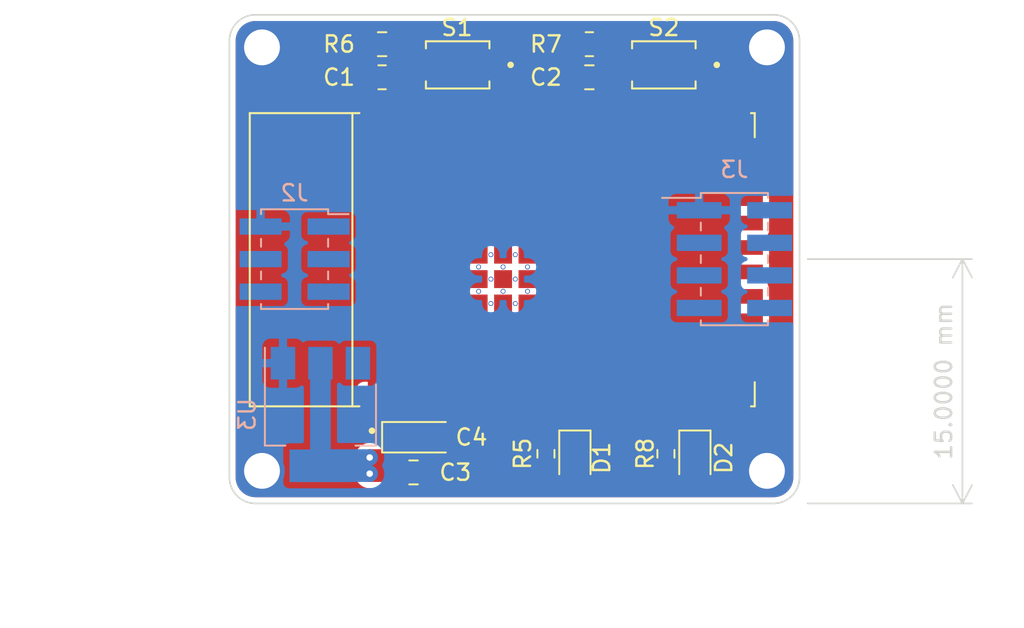
<source format=kicad_pcb>
(kicad_pcb (version 20211014) (generator pcbnew)
  (layers (0 "F.Cu" signal) (31 "B.Cu" signal) (34 "B.Paste" user) (35 "F.Paste" user) (36 "B.SilkS" user "B.Silkscreen") (37 "F.SilkS" user "F.Silkscreen") (38 "B.Mask" user) (39 "F.Mask" user) (44 "Edge.Cuts" user))
  (net 0 "")
  (net 38 "GND")
  (net 39 "/USR_SW")
  (net 40 "+3V3")
  (net 41 "Net-(D1-Pad2)")
  (net 42 "Net-(D2-Pad2)")
  (net 43 "VBUS")
  (net 44 "/ST_LED")
  (net 45 "/nRST")
  (net 46 "/R_RX")
  (net 47 "/R_TX")
  (net 48 "/R_S1")
  (net 49 "/R_S2")
  (net 50 "/R_SL")
  (net 51 "/R_SD")
  (net 52 "/R_GP2")
  (net 53 "/R_GP1")
  (net 54 "/R_GP4")
  (net 55 "/R_GP3")
  (footprint "LED_SMD:LED_0805_2012Metric" (layer "F.Cu") (at 144.575 107.206 -90)
    (fp_text reference "D2" (at 0 -1.778 90) (layer "F.SilkS"))
    (fp_text value "ST_LED")
    (fp_line (start -1.685 0.96) (end 1 0.96) (layer "F.SilkS") (width 0.12))
    (fp_line (start -1.685 -0.96) (end -1.685 0.96) (layer "F.SilkS") (width 0.12))
    (fp_line (start 1 -0.96) (end -1.685 -0.96) (layer "F.SilkS") (width 0.12))
    (pad "1" smd roundrect (at -0.9375 0 270) (size 0.975 1.4) (layers "F.Cu" "F.Paste" "F.Mask") (net 38 "GND"))
    (pad "2" smd roundrect (at 0.9375 0 270) (size 0.975 1.4) (layers "F.Cu" "F.Paste" "F.Mask") (net 42 "Net-(D2-Pad2)"))
  )
  (footprint "Capacitor_SMD:C_0805_2012Metric" (layer "F.Cu") (at 127.303 108.095)
    (fp_text reference "C3" (at 2.5654 0) (layer "F.SilkS"))
    (fp_text value "100n")
    (fp_line (start -0.261252 0.735) (end 0.261252 0.735) (layer "F.SilkS") (width 0.12))
    (fp_line (start -0.261252 -0.735) (end 0.261252 -0.735) (layer "F.SilkS") (width 0.12))
    (pad "1" smd roundrect (at -0.95 0) (size 1 1.45) (layers "F.Cu" "F.Paste" "F.Mask") (net 40 "+3V3"))
    (pad "2" smd roundrect (at 0.95 0) (size 1 1.45) (layers "F.Cu" "F.Paste" "F.Mask") (net 38 "GND"))
  )
  (footprint "Capacitor_Tantalum_SMD:CP_EIA-3216-10_Kemet-I" (layer "F.Cu") (at 127.684 105.936)
    (fp_text reference "C4" (at 3.175 0) (layer "F.SilkS"))
    (fp_text value "10u")
    (fp_line (start 1.6 -0.935) (end -2.31 -0.935) (layer "F.SilkS") (width 0.12))
    (fp_line (start -2.31 -0.935) (end -2.31 0.935) (layer "F.SilkS") (width 0.12))
    (fp_line (start -2.31 0.935) (end 1.6 0.935) (layer "F.SilkS") (width 0.12))
    (pad "1" smd roundrect (at -1.35 0) (size 1.4 1.35) (layers "F.Cu" "F.Paste" "F.Mask") (roundrect_rratio 0.185185) (net 40 "+3V3"))
    (pad "2" smd roundrect (at 1.35 0) (size 1.4 1.35) (layers "F.Cu" "F.Paste" "F.Mask") (roundrect_rratio 0.185185) (net 38 "GND"))
  )
  (footprint "Capacitor_SMD:C_0805_2012Metric" (layer "F.Cu") (at 125.3745 81.806 180)
    (fp_text reference "C1" (at 2.6435 -2.032) (layer "F.SilkS"))
    (fp_text value "100n")
    (fp_line (start -0.261252 0.735) (end 0.261252 0.735) (layer "F.SilkS") (width 0.12))
    (fp_line (start -0.261252 -0.735) (end 0.261252 -0.735) (layer "F.SilkS") (width 0.12))
    (pad "1" smd roundrect (at -0.95 0 180) (size 1 1.45) (layers "F.Cu" "F.Paste" "F.Mask") (net 45 "/nRST"))
    (pad "2" smd roundrect (at 0.95 0 180) (size 1 1.45) (layers "F.Cu" "F.Paste" "F.Mask") (net 38 "GND"))
  )
  (footprint "TL1015AF160QG:SW_TL1015AF160QG" (layer "F.Cu") (at 130.013 83.076 180)
    (fp_text reference "S1" (at 0.043 2.286) (layer "F.SilkS"))
    (fp_text value "Reset")
    (fp_line (start 1.95 1.0135) (end 1.95 1.45) (layer "F.SilkS") (width 0.127))
    (fp_line (start 1.95 1.45) (end -1.95 1.45) (layer "F.SilkS") (width 0.127))
    (fp_line (start 1.95 -1.45) (end 1.95 -1.0135) (layer "F.SilkS") (width 0.127))
    (fp_line (start -1.95 -1.45) (end 1.95 -1.45) (layer "F.SilkS") (width 0.127))
    (fp_line (start -1.95 1.45) (end -1.95 1.0135) (layer "F.SilkS") (width 0.127))
    (fp_line (start -1.95 -1.0135) (end -1.95 -1.45) (layer "F.SilkS") (width 0.127))
    (fp_circle (center -3.25 0) (end -3.15 0) (layer "F.SilkS") (width 0.2) (fill none))
    (pad "1" smd rect (at -2.075 0 180) (size 0.95 1.4) (layers "F.Cu" "F.Paste" "F.Mask") (net 38 "GND"))
    (pad "2" smd rect (at 2.075 0 180) (size 0.95 1.4) (layers "F.Cu" "F.Paste" "F.Mask") (net 45 "/nRST"))
  )
  (footprint "TL1015AF160QG:SW_TL1015AF160QG" (layer "F.Cu") (at 142.67 83.076 180)
    (fp_text reference "S2" (at 0 2.286) (layer "F.SilkS"))
    (fp_text value "usrSW")
    (fp_line (start 1.95 1.45) (end -1.95 1.45) (layer "F.SilkS") (width 0.127))
    (fp_line (start -1.95 -1.45) (end 1.95 -1.45) (layer "F.SilkS") (width 0.127))
    (fp_line (start 1.95 -1.45) (end 1.95 -1.0135) (layer "F.SilkS") (width 0.127))
    (fp_line (start -1.95 1.45) (end -1.95 1.0135) (layer "F.SilkS") (width 0.127))
    (fp_line (start 1.95 1.0135) (end 1.95 1.45) (layer "F.SilkS") (width 0.127))
    (fp_line (start -1.95 -1.0135) (end -1.95 -1.45) (layer "F.SilkS") (width 0.127))
    (fp_circle (center -3.25 0) (end -3.15 0) (layer "F.SilkS") (width 0.2) (fill none))
    (pad "1" smd rect (at -2.075 0 180) (size 0.95 1.4) (layers "F.Cu" "F.Paste" "F.Mask") (net 38 "GND"))
    (pad "2" smd rect (at 2.075 0 180) (size 0.95 1.4) (layers "F.Cu" "F.Paste" "F.Mask") (net 39 "/USR_SW"))
  )
  (footprint "ESP32-S2-WROOM:ESP32-S2-WROOM" (layer "F.Cu") (at 132.750001 95.037504 90)
    (fp_text reference "U1" hide)
    (fp_text value "ESP32-S2-WROOM" hide)
    (fp_line (start -9 -9.2) (end -9 -8.77) (layer "F.SilkS") (width 0.127))
    (fp_line (start 9 -9.2) (end 9 -15.5) (layer "F.SilkS") (width 0.127))
    (fp_line (start 9 15.5) (end 9 15.27) (layer "F.SilkS") (width 0.127))
    (fp_line (start 9 -9.2) (end -9 -9.2) (layer "F.SilkS") (width 0.127))
    (fp_line (start -9 15.5) (end -9 15.27) (layer "F.SilkS") (width 0.127))
    (fp_line (start 7.52 15.5) (end 9 15.5) (layer "F.SilkS") (width 0.127))
    (fp_line (start -9 -15.5) (end -9 -9.2) (layer "F.SilkS") (width 0.127))
    (fp_line (start 9 -8.77) (end 9 -9.2) (layer "F.SilkS") (width 0.127))
    (fp_line (start -9 15.5) (end -7.52 15.5) (layer "F.SilkS") (width 0.127))
    (fp_line (start 9 -15.5) (end -9 -15.5) (layer "F.SilkS") (width 0.127))
    (fp_circle (center -10.5 -8) (end -10.4 -8) (layer "F.SilkS") (width 0.2) (fill none))
    (pad "1" smd rect (at -8.75 -8 90) (size 1.5 0.9) (layers "F.Cu" "F.Paste" "F.Mask") (net 38 "GND"))
    (pad "2" smd rect (at -8.75 -6.5 90) (size 1.5 0.9) (layers "F.Cu" "F.Paste" "F.Mask") (net 40 "+3V3"))
    (pad "3" smd rect (at -8.75 -5 90) (size 1.5 0.9) (layers "F.Cu" "F.Paste" "F.Mask"))
    (pad "4" smd rect (at -8.75 -3.5 90) (size 1.5 0.9) (layers "F.Cu" "F.Paste" "F.Mask"))
    (pad "5" smd rect (at -8.75 -2 90) (size 1.5 0.9) (layers "F.Cu" "F.Paste" "F.Mask"))
    (pad "6" smd rect (at -8.75 -0.5 90) (size 1.5 0.9) (layers "F.Cu" "F.Paste" "F.Mask"))
    (pad "7" smd rect (at -8.75 1 90) (size 1.5 0.9) (layers "F.Cu" "F.Paste" "F.Mask"))
    (pad "8" smd rect (at -8.75 2.5 90) (size 1.5 0.9) (layers "F.Cu" "F.Paste" "F.Mask"))
    (pad "9" smd rect (at -8.75 4 90) (size 1.5 0.9) (layers "F.Cu" "F.Paste" "F.Mask"))
    (pad "10" smd rect (at -8.75 5.5 90) (size 1.5 0.9) (layers "F.Cu" "F.Paste" "F.Mask"))
    (pad "11" smd rect (at -8.75 7 90) (size 1.5 0.9) (layers "F.Cu" "F.Paste" "F.Mask"))
    (pad "12" smd rect (at -8.75 8.5 90) (size 1.5 0.9) (layers "F.Cu" "F.Paste" "F.Mask"))
    (pad "13" smd rect (at -8.75 10 90) (size 1.5 0.9) (layers "F.Cu" "F.Paste" "F.Mask"))
    (pad "14" smd rect (at -8.75 11.5 90) (size 1.5 0.9) (layers "F.Cu" "F.Paste" "F.Mask"))
    (pad "15" smd rect (at -8.75 13 90) (size 1.5 0.9) (layers "F.Cu" "F.Paste" "F.Mask"))
    (pad "16" smd rect (at -8.75 14.5 90) (size 1.5 0.9) (layers "F.Cu" "F.Paste" "F.Mask"))
    (pad "17" smd rect (at -6.75 15.25 90) (size 0.9 1.5) (layers "F.Cu" "F.Paste" "F.Mask"))
    (pad "18" smd rect (at -5.25 15.25 90) (size 0.9 1.5) (layers "F.Cu" "F.Paste" "F.Mask"))
    (pad "19" smd rect (at -3.75 15.25 90) (size 0.9 1.5) (layers "F.Cu" "F.Paste" "F.Mask"))
    (pad "20" smd rect (at -2.25 15.25 90) (size 0.9 1.5) (layers "F.Cu" "F.Paste" "F.Mask"))
    (pad "21" smd rect (at -0.75 15.25 90) (size 0.9 1.5) (layers "F.Cu" "F.Paste" "F.Mask"))
    (pad "22" smd rect (at 0.75 15.25 90) (size 0.9 1.5) (layers "F.Cu" "F.Paste" "F.Mask"))
    (pad "23" smd rect (at 2.25 15.25 90) (size 0.9 1.5) (layers "F.Cu" "F.Paste" "F.Mask"))
    (pad "24" smd rect (at 3.75 15.25 90) (size 0.9 1.5) (layers "F.Cu" "F.Paste" "F.Mask"))
    (pad "25" smd rect (at 5.25 15.25 90) (size 0.9 1.5) (layers "F.Cu" "F.Paste" "F.Mask"))
    (pad "26" smd rect (at 6.75 15.25 90) (size 0.9 1.5) (layers "F.Cu" "F.Paste" "F.Mask") (net 38 "GND"))
    (pad "27" smd rect (at 8.75 14.5 90) (size 1.5 0.9) (layers "F.Cu" "F.Paste" "F.Mask"))
    (pad "28" smd rect (at 8.75 13 90) (size 1.5 0.9) (layers "F.Cu" "F.Paste" "F.Mask"))
    (pad "29" smd rect (at 8.75 11.5 90) (size 1.5 0.9) (layers "F.Cu" "F.Paste" "F.Mask"))
    (pad "30" smd rect (at 8.75 10 90) (size 1.5 0.9) (layers "F.Cu" "F.Paste" "F.Mask"))
    (pad "31" smd rect (at 8.75 8.5 90) (size 1.5 0.9) (layers "F.Cu" "F.Paste" "F.Mask"))
    (pad "32" smd rect (at 8.75 7 90) (size 1.5 0.9) (layers "F.Cu" "F.Paste" "F.Mask"))
    (pad "33" smd rect (at 8.75 5.5 90) (size 1.5 0.9) (layers "F.Cu" "F.Paste" "F.Mask"))
    (pad "34" smd rect (at 8.75 4 90) (size 1.5 0.9) (layers "F.Cu" "F.Paste" "F.Mask"))
    (pad "35" smd rect (at 8.75 2.5 90) (size 1.5 0.9) (layers "F.Cu" "F.Paste" "F.Mask"))
    (pad "36" smd rect (at 8.75 1 90) (size 1.5 0.9) (layers "F.Cu" "F.Paste" "F.Mask"))
    (pad "37" smd rect (at 8.75 -0.5 90) (size 1.5 0.9) (layers "F.Cu" "F.Paste" "F.Mask"))
    (pad "38" smd rect (at 8.75 -2 90) (size 1.5 0.9) (layers "F.Cu" "F.Paste" "F.Mask"))
    (pad "39" smd rect (at 8.75 -3.5 90) (size 1.5 0.9) (layers "F.Cu" "F.Paste" "F.Mask"))
    (pad "40" smd rect (at 8.75 -5 90) (size 1.5 0.9) (layers "F.Cu" "F.Paste" "F.Mask"))
    (pad "41" smd rect (at 8.75 -6.5 90) (size 1.5 0.9) (layers "F.Cu" "F.Paste" "F.Mask") (net 45 "/nRST"))
    (pad "42" smd rect (at 8.75 -8 90) (size 1.5 0.9) (layers "F.Cu" "F.Paste" "F.Mask") (net 38 "GND"))
    (pad "43" smd rect (at -2.69 -1.45 90) (size 1.1 1.1) (layers "F.Cu" "F.Paste" "F.Mask") (net 38 "GND"))
    (pad "44" smd rect (at -1.19 -1.45 90) (size 1.1 1.1) (layers "F.Cu" "F.Paste" "F.Mask") (net 38 "GND"))
    (pad "45" smd rect (at 0.31 -1.45 90) (size 1.1 1.1) (layers "F.Cu" "F.Paste" "F.Mask") (net 38 "GND"))
    (pad "46" smd rect (at -2.69 0.05 90) (size 1.1 1.1) (layers "F.Cu" "F.Paste" "F.Mask") (net 38 "GND"))
    (pad "47" smd rect (at -1.19 0.05 90) (size 1.1 1.1) (layers "F.Cu" "F.Paste" "F.Mask") (net 38 "GND"))
    (pad "48" smd rect (at 0.31 0.05 90) (size 1.1 1.1) (layers "F.Cu" "F.Paste" "F.Mask") (net 38 "GND"))
    (pad "49" smd rect (at -2.69 1.55 90) (size 1.1 1.1) (layers "F.Cu" "F.Paste" "F.Mask") (net 38 "GND"))
    (pad "50" smd rect (at -1.19 1.55 90) (size 1.1 1.1) (layers "F.Cu" "F.Paste" "F.Mask") (net 38 "GND"))
    (pad "51" smd rect (at 0.31 1.55 90) (size 1.1 1.1) (layers "F.Cu" "F.Paste" "F.Mask") (net 38 "GND"))
    (pad "52" thru_hole circle (at -1.94 -1.45 90) (size 0.3 0.3) (drill 0.2) (layers *.Cu))
    (pad "53" thru_hole circle (at -0.44 -1.45 90) (size 0.3 0.3) (drill 0.2) (layers *.Cu))
    (pad "54" thru_hole circle (at -2.69 -0.7 90) (size 0.3 0.3) (drill 0.2) (layers *.Cu))
    (pad "55" thru_hole circle (at -1.19 -0.7 90) (size 0.3 0.3) (drill 0.2) (layers *.Cu))
    (pad "56" thru_hole circle (at 0.31 -0.7 90) (size 0.3 0.3) (drill 0.2) (layers *.Cu))
    (pad "57" thru_hole circle (at -1.94 0.05 90) (size 0.3 0.3) (drill 0.2) (layers *.Cu))
    (pad "58" thru_hole circle (at -0.44 0.05 90) (size 0.3 0.3) (drill 0.2) (layers *.Cu))
    (pad "59" thru_hole circle (at -2.69 0.8 90) (size 0.3 0.3) (drill 0.2) (layers *.Cu))
    (pad "60" thru_hole circle (at -1.19 0.8 90) (size 0.3 0.3) (drill 0.2) (layers *.Cu))
    (pad "61" thru_hole circle (at 0.31 0.8 90) (size 0.3 0.3) (drill 0.2) (layers *.Cu))
    (pad "62" thru_hole circle (at -1.94 1.55 90) (size 0.3 0.3) (drill 0.2) (layers *.Cu))
    (pad "63" thru_hole circle (at -0.44 1.55 90) (size 0.3 0.3) (drill 0.2) (layers *.Cu))
  )
  (footprint "Capacitor_SMD:C_0805_2012Metric" (layer "F.Cu") (at 138.098 83.838 180)
    (fp_text reference "C2" (at 2.667 0) (layer "F.SilkS"))
    (fp_text value "100n")
    (fp_line (start -0.261252 0.735) (end 0.261252 0.735) (layer "F.SilkS") (width 0.12))
    (fp_line (start -0.261252 -0.735) (end 0.261252 -0.735) (layer "F.SilkS") (width 0.12))
    (pad "1" smd roundrect (at -0.95 0 180) (size 1 1.45) (layers "F.Cu" "F.Paste" "F.Mask") (net 39 "/USR_SW"))
    (pad "2" smd roundrect (at 0.95 0 180) (size 1 1.45) (layers "F.Cu" "F.Paste" "F.Mask") (net 38 "GND"))
  )
  (footprint "LED_SMD:LED_0805_2012Metric" (layer "F.Cu") (at 137.209 107.206 -90)
    (fp_text reference "D1" (at 0 -1.65 90) (layer "F.SilkS"))
    (fp_text value "3V3")
    (fp_line (start -1.685 -0.96) (end -1.685 0.96) (layer "F.SilkS") (width 0.12))
    (fp_line (start -1.685 0.96) (end 1 0.96) (layer "F.SilkS") (width 0.12))
    (fp_line (start 1 -0.96) (end -1.685 -0.96) (layer "F.SilkS") (width 0.12))
    (pad "1" smd roundrect (at -0.9375 0 270) (size 0.975 1.4) (layers "F.Cu" "F.Paste" "F.Mask") (net 38 "GND"))
    (pad "2" smd roundrect (at 0.9375 0 270) (size 0.975 1.4) (layers "F.Cu" "F.Paste" "F.Mask") (net 41 "Net-(D1-Pad2)"))
  )
  (footprint "Resistor_SMD:R_0603_1608Metric" (layer "F.Cu") (at 135.431 106.952 90)
    (fp_text reference "R5" (at 0 -1.43 90) (layer "F.SilkS"))
    (fp_text value "3k")
    (fp_line (start -0.237258 -0.5225) (end 0.237258 -0.5225) (layer "F.SilkS") (width 0.12))
    (fp_line (start -0.237258 0.5225) (end 0.237258 0.5225) (layer "F.SilkS") (width 0.12))
    (pad "1" smd roundrect (at -0.825 0 90) (size 0.8 0.95) (layers "F.Cu" "F.Paste" "F.Mask") (net 41 "Net-(D1-Pad2)"))
    (pad "2" smd roundrect (at 0.825 0 90) (size 0.8 0.95) (layers "F.Cu" "F.Paste" "F.Mask") (net 40 "+3V3"))
  )
  (footprint "Resistor_SMD:R_0805_2012Metric" (layer "F.Cu") (at 138.098 81.806)
    (fp_text reference "R7" (at -2.667 0) (layer "F.SilkS"))
    (fp_text value "10k")
    (fp_line (start -0.227064 0.735) (end 0.227064 0.735) (layer "F.SilkS") (width 0.12))
    (fp_line (start -0.227064 -0.735) (end 0.227064 -0.735) (layer "F.SilkS") (width 0.12))
    (pad "1" smd roundrect (at -0.9125 0) (size 1.025 1.4) (layers "F.Cu" "F.Paste" "F.Mask") (roundrect_rratio 0.243902) (net 40 "+3V3"))
    (pad "2" smd roundrect (at 0.9125 0) (size 1.025 1.4) (layers "F.Cu" "F.Paste" "F.Mask") (roundrect_rratio 0.243902) (net 39 "/USR_SW"))
  )
  (footprint "Resistor_SMD:R_0805_2012Metric" (layer "F.Cu") (at 125.3745 83.838)
    (fp_text reference "R6" (at -2.6435 -2.032) (layer "F.SilkS"))
    (fp_text value "10k")
    (fp_line (start -0.227064 -0.735) (end 0.227064 -0.735) (layer "F.SilkS") (width 0.12))
    (fp_line (start -0.227064 0.735) (end 0.227064 0.735) (layer "F.SilkS") (width 0.12))
    (pad "1" smd roundrect (at -0.9125 0) (size 1.025 1.4) (layers "F.Cu" "F.Paste" "F.Mask") (roundrect_rratio 0.243902) (net 40 "+3V3"))
    (pad "2" smd roundrect (at 0.9125 0) (size 1.025 1.4) (layers "F.Cu" "F.Paste" "F.Mask") (roundrect_rratio 0.243902) (net 45 "/nRST"))
  )
  (footprint "Resistor_SMD:R_0603_1608Metric" (layer "F.Cu") (at 142.797 106.952 90)
    (fp_text reference "R8" (at 0 -1.27 90) (layer "F.SilkS"))
    (fp_text value "2.49k")
    (fp_line (start -0.237258 -0.5225) (end 0.237258 -0.5225) (layer "F.SilkS") (width 0.12))
    (fp_line (start -0.237258 0.5225) (end 0.237258 0.5225) (layer "F.SilkS") (width 0.12))
    (pad "1" smd roundrect (at -0.825 0 90) (size 0.8 0.95) (layers "F.Cu" "F.Paste" "F.Mask") (net 42 "Net-(D2-Pad2)"))
    (pad "2" smd roundrect (at 0.825 0 90) (size 0.8 0.95) (layers "F.Cu" "F.Paste" "F.Mask") (net 44 "/ST_LED"))
  )
  (footprint "Connector_PinSocket_2.00mm:PinSocket_2x04_P2.00mm_Vertical_SMD" (layer "B.Cu") (at 147 95 180)
    (fp_text reference "J3" (at 0 5.5) (layer "B.SilkS") (effects (justify mirror)))
    (fp_text value "INTF2")
    (fp_line (start 2.06 2.24) (end 2.06 1.76) (layer "B.SilkS") (width 0.12))
    (fp_line (start 2.06 -1.76) (end 2.06 -2.24) (layer "B.SilkS") (width 0.12))
    (fp_line (start -2.06 4.06) (end -2.06 3.76) (layer "B.SilkS") (width 0.12))
    (fp_line (start 2.06 3.76) (end 4.44 3.76) (layer "B.SilkS") (width 0.12))
    (fp_line (start -2.06 4.06) (end 2.06 4.06) (layer "B.SilkS") (width 0.12))
    (fp_line (start 2.06 -3.76) (end 2.06 -4.06) (layer "B.SilkS") (width 0.12))
    (fp_line (start -2.06 -1.76) (end -2.06 -2.24) (layer "B.SilkS") (width 0.12))
    (fp_line (start -2.06 -4.06) (end 2.06 -4.06) (layer "B.SilkS") (width 0.12))
    (fp_line (start -2.06 0.24) (end -2.06 -0.24) (layer "B.SilkS") (width 0.12))
    (fp_line (start -2.06 -3.76) (end -2.06 -4.06) (layer "B.SilkS") (width 0.12))
    (fp_line (start 2.06 0.24) (end 2.06 -0.24) (layer "B.SilkS") (width 0.12))
    (fp_line (start -2.06 2.24) (end -2.06 1.76) (layer "B.SilkS") (width 0.12))
    (fp_line (start 2.06 4.06) (end 2.06 3.76) (layer "B.SilkS") (width 0.12))
    (pad "1" smd rect locked (at 2.1598 2.999999 180) (size 2.75 1) (layers "B.Cu" "B.Paste" "B.Mask") (net 38 "GND"))
    (pad "2" smd rect locked (at -2.1598 2.999999 180) (size 2.75 1) (layers "B.Cu" "B.Paste" "B.Mask") (net 40 "+3V3"))
    (pad "3" smd rect locked (at 2.1598 1 180) (size 2.75 1) (layers "B.Cu" "B.Paste" "B.Mask") (net 50 "/R_SL"))
    (pad "4" smd rect locked (at -2.1598 1 180) (size 2.75 1) (layers "B.Cu" "B.Paste" "B.Mask") (net 51 "/R_SD"))
    (pad "5" smd rect locked (at 2.1598 -1 180) (size 2.75 1) (layers "B.Cu" "B.Paste" "B.Mask") (net 52 "/R_GP2"))
    (pad "6" smd rect locked (at -2.1598 -1 180) (size 2.75 1) (layers "B.Cu" "B.Paste" "B.Mask") (net 53 "/R_GP1"))
    (pad "7" smd rect locked (at 2.1598 -2.999999 180) (size 2.75 1) (layers "B.Cu" "B.Paste" "B.Mask") (net 54 "/R_GP4"))
    (pad "8" smd rect locked (at -2.1598 -2.999999 180) (size 2.75 1) (layers "B.Cu" "B.Paste" "B.Mask") (net 55 "/R_GP3"))
  )
  (footprint "Package_TO_SOT_SMD:SOT-223-3_TabPin2" (layer "B.Cu") (at 121.588 104.539 -90)
    (fp_text reference "U3" (at 0 4.5 90) (layer "B.SilkS") (effects (justify mirror)))
    (fp_text value "AMS1117-3.3")
    (fp_line (start -4.1 3.41) (end 1.91 3.41) (layer "B.SilkS") (width 0.12))
    (fp_line (start 1.91 3.41) (end 1.91 2.15) (layer "B.SilkS") (width 0.12))
    (fp_line (start -1.85 -3.41) (end 1.91 -3.41) (layer "B.SilkS") (width 0.12))
    (fp_line (start 1.91 -3.41) (end 1.91 -2.15) (layer "B.SilkS") (width 0.12))
    (pad "1" smd rect (at -3.15 2.3 270) (size 2 1.5) (layers "B.Cu" "B.Paste" "B.Mask") (net 38 "GND"))
    (pad "2" smd rect (at -3.15 0 270) (size 2 1.5) (layers "B.Cu" "B.Paste" "B.Mask") (net 40 "+3V3"))
    (pad "2" smd rect (at 3.15 0 270) (size 2 3.8) (layers "B.Cu" "B.Paste" "B.Mask") (net 40 "+3V3"))
    (pad "3" smd rect (at -3.15 -2.3 270) (size 2 1.5) (layers "B.Cu" "B.Paste" "B.Mask") (net 43 "VBUS"))
  )
  (footprint "Connector_PinHeader_2.00mm:PinHeader_2x03_P2.00mm_Vertical_SMD" (layer "B.Cu") (at 120 95 180)
    (fp_text reference "J2" (at 0 4.06) (layer "B.SilkS") (effects (justify mirror)))
    (fp_text value "INTF1")
    (fp_line (start 2.06 3.06) (end 2.06 2.76) (layer "B.SilkS") (width 0.12))
    (fp_line (start 2.06 -2.76) (end 2.06 -3.06) (layer "B.SilkS") (width 0.12))
    (fp_line (start 2.06 -0.76) (end 2.06 -1.24) (layer "B.SilkS") (width 0.12))
    (fp_line (start -2.06 3.06) (end 2.06 3.06) (layer "B.SilkS") (width 0.12))
    (fp_line (start -2.06 3.06) (end -2.06 2.76) (layer "B.SilkS") (width 0.12))
    (fp_line (start -2.06 -2.76) (end -2.06 -3.06) (layer "B.SilkS") (width 0.12))
    (fp_line (start 2.06 1.24) (end 2.06 0.76) (layer "B.SilkS") (width 0.12))
    (fp_line (start -3.315 2.76) (end -2.06 2.76) (layer "B.SilkS") (width 0.12))
    (fp_line (start -2.06 -0.76) (end -2.06 -1.24) (layer "B.SilkS") (width 0.12))
    (fp_line (start -2.06 1.24) (end -2.06 0.76) (layer "B.SilkS") (width 0.12))
    (fp_line (start -2.06 -3.06) (end 2.06 -3.06) (layer "B.SilkS") (width 0.12))
    (pad "1" smd rect locked (at -2.085 2 180) (size 2.58 1) (layers "B.Cu" "B.Paste" "B.Mask") (net 43 "VBUS"))
    (pad "2" smd rect locked (at 2.085 2 180) (size 2.58 1) (layers "B.Cu" "B.Paste" "B.Mask") (net 38 "GND"))
    (pad "3" smd rect locked (at -2.085 0 180) (size 2.58 1) (layers "B.Cu" "B.Paste" "B.Mask") (net 46 "/R_RX"))
    (pad "4" smd rect locked (at 2.085 0 180) (size 2.58 1) (layers "B.Cu" "B.Paste" "B.Mask") (net 47 "/R_TX"))
    (pad "5" smd rect locked (at -2.085 -2 180) (size 2.58 1) (layers "B.Cu" "B.Paste" "B.Mask") (net 48 "/R_S1"))
    (pad "6" smd rect locked (at 2.085 -2 180) (size 2.58 1) (layers "B.Cu" "B.Paste" "B.Mask") (net 49 "/R_S2"))
  )
  (gr_arc locked (start 149.4 80) (mid 150.531371 80.468629) (end 151 81.6) (layer "Edge.Cuts") (width 0.1))
  (gr_line locked (start 151 81.6) (end 151 108.4) (layer "Edge.Cuts") (width 0.1))
  (gr_line locked (start 149.4 110) (end 117.6 110) (layer "Edge.Cuts") (width 0.1))
  (gr_arc locked (start 117.6 110) (mid 116.468629 109.531371) (end 116 108.4) (layer "Edge.Cuts") (width 0.1))
  (gr_line locked (start 117.6 80) (end 149.4 80) (layer "Edge.Cuts") (width 0.1))
  (gr_line locked (start 116 108.4) (end 116 81.6) (layer "Edge.Cuts") (width 0.1))
  (gr_arc locked (start 116 81.6) (mid 116.468629 80.468629) (end 117.6 80) (layer "Edge.Cuts") (width 0.1))
  (gr_arc locked (start 151 108.4) (mid 150.531371 109.531371) (end 149.4 110) (layer "Edge.Cuts") (width 0.1))
  (dimension (type aligned) (layer "Edge.Cuts") (pts (xy 151 110) (xy 151 95)) (height 10) (gr_text "590.5512 mils" (at 159.85 102.5 90) (layer "Edge.Cuts") (effects (font (size 1 1) (thickness 0.15)))) (format (units 3) (units_format 1) (precision 4)) (style (thickness 0.1) (arrow_length 1.27) (text_position_mode 0) (extension_height 0.58642) (extension_offset 0.5) keep_text_aligned))
  (via locked (at 149 108) (size 2.8) (drill 2.2) (layers "F.Cu" "B.Cu") (net 38))
  (via locked (at 118 82) (size 2.8) (drill 2.2) (layers "F.Cu" "B.Cu") (net 38))
  (via locked (at 149 82) (size 2.8) (drill 2.2) (layers "F.Cu" "B.Cu") (net 38))
  (via locked (at 118 108) (size 2.8) (drill 2.2) (layers "F.Cu" "B.Cu") (net 38))
  (segment (start 139.81 83.076) (end 139.048 83.838) (width 0.762) (layer "F.Cu") (net 39))
  (segment (start 139.048 81.8435) (end 139.0105 81.806) (width 0.762) (layer "F.Cu") (net 39))
  (segment (start 139.048 83.838) (end 139.048 81.8435) (width 0.762) (layer "F.Cu") (net 39))
  (segment (start 140.595 83.076) (end 139.81 83.076) (width 0.762) (layer "F.Cu") (net 39))
  (segment (start 126.353 105.955) (end 126.334 105.936) (width 1.016) (layer "F.Cu") (net 40))
  (segment (start 126.353 108.095) (end 126.353 107.272) (width 1.016) (layer "F.Cu") (net 40))
  (segment (start 126.353 107.272) (end 126.353 105.955) (width 1.016) (layer "F.Cu") (net 40))
  (segment (start 124.610597 107.180609) (end 124.610597 108.171209) (width 1.016) (layer "F.Cu") (net 40))
  (segment (start 126.261609 107.180609) (end 126.353 107.272) (width 1.016) (layer "F.Cu") (net 40))
  (segment (start 124.610597 108.171209) (end 126.276791 108.171209) (width 1.016) (layer "F.Cu") (net 40))
  (segment (start 126.250001 105.852001) (end 126.334 105.936) (width 1.016) (layer "F.Cu") (net 40))
  (segment (start 126.276791 108.171209) (end 126.353 108.095) (width 1.016) (layer "F.Cu") (net 40))
  (segment (start 124.610597 107.180609) (end 126.261609 107.180609) (width 1.016) (layer "F.Cu") (net 40))
  (segment (start 126.250001 103.787504) (end 126.250001 105.852001) (width 1.016) (layer "F.Cu") (net 40))
  (via (at 124.610597 107.180609) (size 0.8) (drill 0.4) (layers "F.Cu" "B.Cu") (net 40))
  (via (at 124.610597 108.171209) (size 0.8) (drill 0.4) (layers "F.Cu" "B.Cu") (net 40))
  (segment (start 124.610597 107.180609) (end 122.096391 107.180609) (width 1.016) (layer "B.Cu") (net 40))
  (segment (start 122.096391 107.180609) (end 121.588 107.689) (width 1.016) (layer "B.Cu") (net 40))
  (segment (start 122.070209 108.171209) (end 121.588 107.689) (width 1.016) (layer "B.Cu") (net 40))
  (segment (start 124.610597 108.171209) (end 122.070209 108.171209) (width 1.016) (layer "B.Cu") (net 40))
  (segment (start 121.588 101.389) (end 121.588 107.689) (width 1.27) (layer "B.Cu") (net 40))
  (segment (start 135.7975 108.1435) (end 135.431 107.777) (width 0.762) (layer "F.Cu") (net 41))
  (segment (start 137.209 108.1435) (end 135.7975 108.1435) (width 0.762) (layer "F.Cu") (net 41))
  (segment (start 144.575 108.1435) (end 143.1635 108.1435) (width 0.762) (layer "F.Cu") (net 42))
  (segment (start 143.1635 108.1435) (end 142.797 107.777) (width 0.762) (layer "F.Cu") (net 42))
  (segment (start 127.049 83.076) (end 126.287 83.838) (width 1.016) (layer "F.Cu") (net 45))
  (segment (start 126.250001 81.880499) (end 126.3245 81.806) (width 0.762) (layer "F.Cu") (net 45))
  (segment (start 127.938 83.076) (end 127.049 83.076) (width 1.016) (layer "F.Cu") (net 45))
  (segment (start 126.250001 86.287504) (end 126.250001 81.880499) (width 0.762) (layer "F.Cu") (net 45))
  (zone (net 38) (net_name "GND") (layers F&B.Cu) (connect_pads (clearance 0.381)) (min_thickness 0.254) (fill yes (thermal_gap 0.508) (thermal_bridge_width 0.508))
    (polygon (pts (xy 151 110) (xy 116 110) (xy 116 80) (xy 151 80)))
  )
)
</source>
